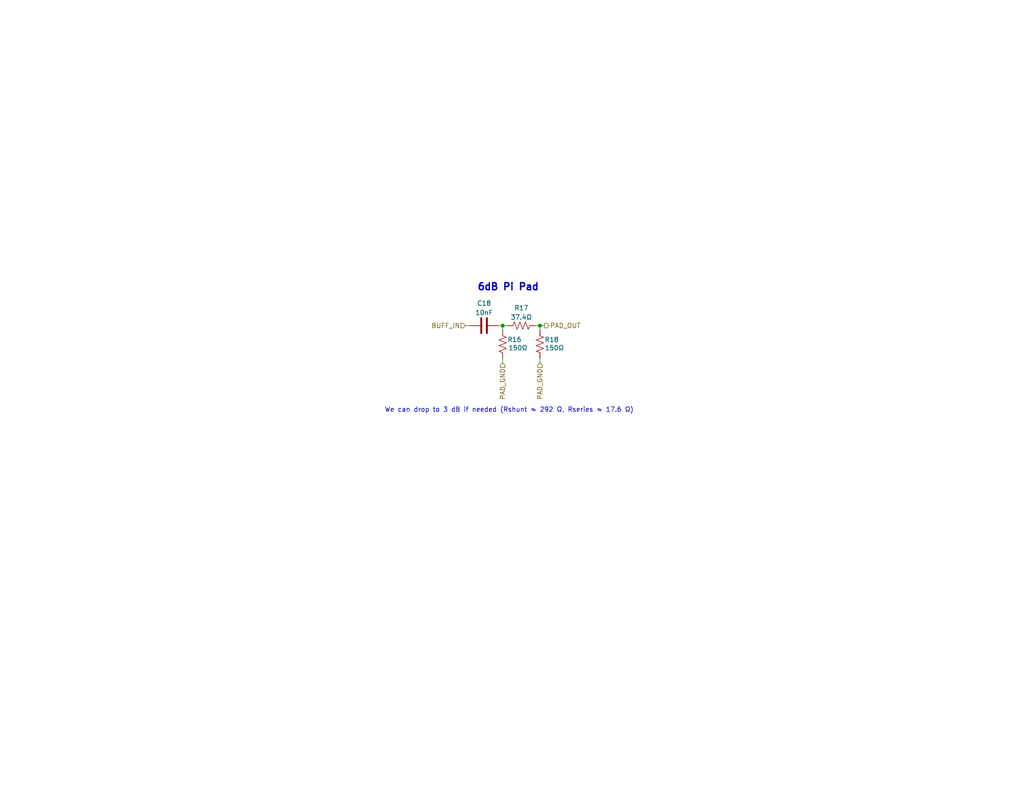
<source format=kicad_sch>
(kicad_sch (version 20250114) (generator "eeschema") (generator_version "9.0")
  (paper "A")
  (title_block (title "6dB Pi Pad") (date "2026-02-04") (rev "0") (company "Lee C. Bussy [AA0NT]"))
  (lib_symbols
    (symbol "Device:C" (pin_numbers (hide yes)) (pin_names (offset 0.254))
      (property "Reference" "C" (at 0.635 2.54 0))
      (property "Value" "C" (at 0.635 -2.54 0))
      (symbol "C_0_1"
        (polyline (pts (xy -2.032 0.762) (xy 2.032 0.762)) (stroke (width 0.508)))
        (polyline (pts (xy -2.032 -0.762) (xy 2.032 -0.762)) (stroke (width 0.508)))
      )
      (symbol "C_1_1"
        (pin passive line (at 0 3.81 270) (length 2.794) (name "~") (number "1"))
        (pin passive line (at 0 -3.81 90) (length 2.794) (name "~") (number "2"))
      )
    )
    (symbol "Device:R_US" (pin_numbers (hide yes)) (pin_names (offset 0))
      (property "Reference" "R" (at 2.54 0 90))
      (property "Value" "R_US" (at -2.54 0 90))
      (symbol "R_US_0_1"
        (polyline (pts (xy 0 2.286) (xy 0 2.54)))
        (polyline (pts (xy 0 2.286) (xy 1.016 1.905) (xy 0 1.524) (xy -1.016 1.143) (xy 0 0.762)))
        (polyline (pts (xy 0 0.762) (xy 1.016 0.381) (xy 0 0) (xy -1.016 -0.381) (xy 0 -0.762)))
        (polyline (pts (xy 0 -0.762) (xy 1.016 -1.143) (xy 0 -1.524) (xy -1.016 -1.905) (xy 0 -2.286)))
        (polyline (pts (xy 0 -2.286) (xy 0 -2.54)))
      )
      (symbol "R_US_1_1"
        (pin passive line (at 0 3.81 270) (length 1.27) (name "~") (number "1"))
        (pin passive line (at 0 -3.81 90) (length 1.27) (name "~") (number "2"))
      )
    )
  )
  (text "6dB Pi Pad" (at 138.684 78.486 0) (effects (font (size 1.905 1.905) (thickness 0.381) (bold yes))))
  (text "We can drop to 3 dB if needed (Rshunt ≈ 292 Ω, Rseries ≈ 17.6 Ω)" (at 138.938 112.014 0) (effects (font (size 1.27 1.27) (thickness 0.1588))))
  (junction (at 137.16 88.9))
  (junction (at 147.32 88.9))
  (wire (pts (xy 135.89 88.9) (xy 137.16 88.9)))
  (wire (pts (xy 137.16 90.17) (xy 137.16 88.9)))
  (wire (pts (xy 146.05 88.9) (xy 147.32 88.9)))
  (wire (pts (xy 127 88.9) (xy 128.27 88.9)))
  (wire (pts (xy 147.32 99.06) (xy 147.32 97.79)))
  (wire (pts (xy 147.32 90.17) (xy 147.32 88.9)))
  (wire (pts (xy 147.32 88.9) (xy 148.59 88.9)))
  (wire (pts (xy 137.16 88.9) (xy 138.43 88.9)))
  (wire (pts (xy 137.16 99.06) (xy 137.16 97.79)))
  (hierarchical_label "PAD_GND" (shape input) (at 147.32 99.06 270))
  (hierarchical_label "BUFF_IN" (shape input) (at 127 88.9 180))
  (hierarchical_label "PAD_OUT" (shape output) (at 148.59 88.9 0))
  (hierarchical_label "PAD_GND" (shape input) (at 137.16 99.06 270))
  (symbol (lib_id "Device:R_US") (at 137.16 93.98 0) (unit 1)
    (property "Reference" "R16" (at 138.43 92.71 0) (effects (justify left)))
    (property "Value" "150Ω" (at 138.684 94.996 0) (effects (justify left)))
    (property "Footprint" "Resistor_SMD:R_0603_1608Metric" (effects (hide yes)))
    (property "Description" "Resistor, US symbol" (effects (hide yes)))
  )
  (symbol (lib_id "Device:R_US") (at 142.24 88.9 90) (unit 1)
    (property "Reference" "R17" (at 142.24 84.074 90))
    (property "Value" "37.4Ω" (at 142.24 86.614 90))
    (property "Footprint" "Resistor_SMD:R_0603_1608Metric" (effects (hide yes)))
    (property "Description" "Resistor, US symbol" (effects (hide yes)))
  )
  (symbol (lib_id "Device:R_US") (at 147.32 93.98 0) (unit 1)
    (property "Reference" "R18" (at 148.59 92.71 0) (effects (justify left)))
    (property "Value" "150Ω" (at 153.924 94.996 0) (effects (justify right)))
    (property "Footprint" "Resistor_SMD:R_0603_1608Metric" (effects (hide yes)))
    (property "Description" "Resistor, US symbol" (effects (hide yes)))
  )
  (symbol (lib_id "Device:C") (at 132.08 88.9 90) (unit 1)
    (property "Reference" "C18" (at 132.08 82.804 90))
    (property "Value" "10nF" (at 132.08 85.344 90))
    (property "Footprint" "Capacitor_SMD:C_0805_2012Metric" (effects (hide yes)))
    (property "Description" "Unpolarized capacitor" (effects (hide yes)))
  )
)
</source>
